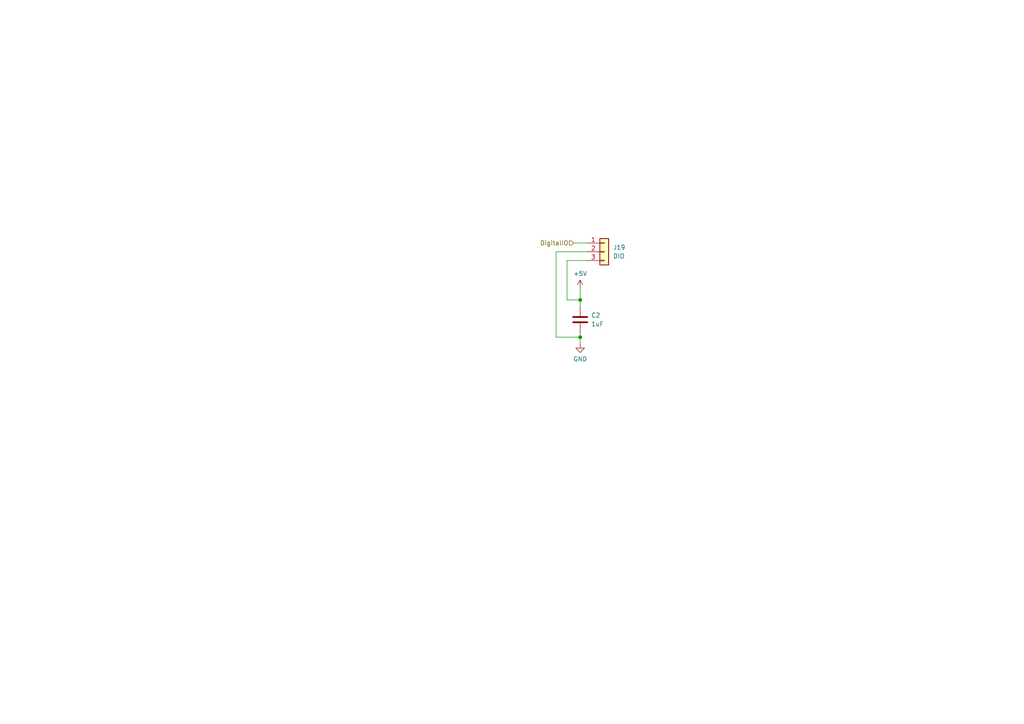
<source format=kicad_sch>
(kicad_sch (version 20230121) (generator eeschema)
  (paper "A4")
  (lib_symbols
    (symbol "Connector_Generic:Conn_01x03" (pin_names (offset 1.016) hide)
      (property "Reference" "J" (at 0 5.08 0))
      (property "Value" "Conn_01x03" (at 0 -5.08 0))
      (symbol "Conn_01x03_1_1"
        (rectangle (start -1.27 -2.413) (end 0 -2.667) (stroke (width 0.1524)))
        (rectangle (start -1.27 0.127) (end 0 -0.127) (stroke (width 0.1524)))
        (rectangle (start -1.27 2.667) (end 0 2.413) (stroke (width 0.1524)))
        (rectangle (start -1.27 3.81) (end 1.27 -3.81) (stroke (width 0.254)) (fill (type background)))
        (pin passive line (at -5.08 2.54 0) (length 3.81) (name "Pin_1") (number "1"))
        (pin passive line (at -5.08 0 0) (length 3.81) (name "Pin_2") (number "2"))
        (pin passive line (at -5.08 -2.54 0) (length 3.81) (name "Pin_3") (number "3"))
      )
    )
    (symbol "Device:C" (pin_numbers hide) (pin_names (offset 0.254))
      (property "Reference" "C" (at 0.635 2.54 0))
      (property "Value" "C" (at 0.635 -2.54 0))
      (symbol "C_0_1"
        (polyline (pts (xy -2.032 -0.762) (xy 2.032 -0.762)) (stroke (width 0.508)))
        (polyline (pts (xy -2.032 0.762) (xy 2.032 0.762)) (stroke (width 0.508)))
      )
      (symbol "C_1_1"
        (pin passive line (at 0 3.81 270) (length 2.794) (name "~") (number "1"))
        (pin passive line (at 0 -3.81 90) (length 2.794) (name "~") (number "2"))
      )
    )
    (symbol "power:+5V" (power) (pin_names (offset 0))
      (property "Value" "+5V" (at 0 3.556 0))
      (symbol "+5V_0_1"
        (polyline (pts (xy -0.762 1.27) (xy 0 2.54)))
        (polyline (pts (xy 0 0) (xy 0 2.54)))
        (polyline (pts (xy 0 2.54) (xy 0.762 1.27)))
      )
      (symbol "+5V_1_1"
        (pin power_in line (at 0 0 90) (length 0) hide (name "+5V") (number "1"))
      )
    )
    (symbol "power:GND" (power) (pin_names (offset 0))
      (property "Value" "GND" (at 0 -3.81 0))
      (symbol "GND_0_1"
        (polyline (pts (xy 0 0) (xy 0 -1.27) (xy 1.27 -1.27) (xy 0 -2.54) (xy -1.27 -1.27) (xy 0 -1.27)))
      )
      (symbol "GND_1_1"
        (pin power_in line (at 0 0 270) (length 0) hide (name "GND") (number "1"))
      )
    )
  )
  (junction (at 168.275 97.79))
  (junction (at 168.275 86.995))
  (wire (pts (xy 168.275 86.995) (xy 168.275 88.9)))
  (wire (pts (xy 168.275 96.52) (xy 168.275 97.79)))
  (wire (pts (xy 168.275 83.82) (xy 168.275 86.995)))
  (wire (pts (xy 161.29 97.79) (xy 168.275 97.79)))
  (wire (pts (xy 161.29 73.025) (xy 161.29 97.79)))
  (wire (pts (xy 170.18 73.025) (xy 161.29 73.025)))
  (wire (pts (xy 164.465 86.995) (xy 164.465 75.565)))
  (wire (pts (xy 168.275 97.79) (xy 168.275 99.695)))
  (wire (pts (xy 164.465 86.995) (xy 168.275 86.995)))
  (wire (pts (xy 164.465 75.565) (xy 170.18 75.565)))
  (wire (pts (xy 166.37 70.485) (xy 170.18 70.485)))
  (hierarchical_label "DigitalIO" (shape input) (at 166.37 70.485 180))
  (symbol (lib_id "Device:C") (at 168.275 92.71 0) (unit 1)
    (property "Reference" "C2" (at 171.45 91.44 0) (effects (justify left)))
    (property "Value" "1uF" (at 171.45 93.98 0) (effects (justify left)))
    (property "Footprint" "Capacitor_SMD:C_0805_2012Metric" (effects hide))
    (instances (project "TeensyIrrigation" (path "" (reference "C2") (unit 1)) (path "" (reference "C7") (unit 1)) (path "" (reference "C11") (unit 1)) (path "" (reference "C15") (unit 1)) (path "" (reference "C17") (unit 1)) (path "" (reference "C18") (unit 1)) (path "" (reference "C35") (unit 1)) (path "" (reference "C60") (unit 1)) (path "" (reference "C61") (unit 1)) (path "" (reference "C62") (unit 1)) (path "" (reference "C63") (unit 1)) (path "" (reference "C66") (unit 1)) (path "" (reference "C68") (unit 1)) (path "" (reference "C67") (unit 1)) (path "" (reference "C69") (unit 1))))
  )
  (symbol (lib_id "power:GND") (at 168.275 99.695 0) (unit 1)
    (property "Reference" "#PWR07" (effects hide))
    (property "Value" "GND" (at 168.275 104.14 0))
    (instances (project "TeensyIrrigation" (path "" (reference "#PWR07") (unit 1)) (path "" (reference "#PWR089") (unit 1)) (path "" (reference "#PWR0205") (unit 1)) (path "" (reference "#PWR0219") (unit 1)) (path "" (reference "#PWR0223") (unit 1)) (path "" (reference "#PWR0227") (unit 1)) (path "" (reference "#PWR0231") (unit 1)) (path "" (reference "#PWR0240") (unit 1)) (path "" (reference "#PWR0248") (unit 1)) (path "" (reference "#PWR0242") (unit 1)) (path "" (reference "#PWR0250") (unit 1))))
  )
  (symbol (lib_id "Connector_Generic:Conn_01x03") (at 175.26 73.025 0) (unit 1)
    (property "Reference" "J19" (at 177.8 71.755 0) (effects (justify left)))
    (property "Value" "DIO" (at 177.8 74.295 0) (effects (justify left)))
    (property "Footprint" "Connector_PinHeader_2.54mm:PinHeader_1x03_P2.54mm_Vertical" (effects hide))
    (instances (project "TeensyIrrigation" (path "" (reference "J19") (unit 1)) (path "" (reference "J20") (unit 1)) (path "" (reference "J21") (unit 1)) (path "" (reference "J22") (unit 1)) (path "" (reference "J23") (unit 1)) (path "" (reference "J25") (unit 1)) (path "" (reference "J24") (unit 1)) (path "" (reference "J26") (unit 1))))
  )
  (symbol (lib_id "power:+5V") (at 168.275 83.82 0) (unit 1)
    (property "Reference" "#PWR01" (effects hide))
    (property "Value" "+5V" (at 168.275 79.375 0))
    (instances (project "TeensyIrrigation" (path "" (reference "#PWR01") (unit 1)) (path "" (reference "#PWR06") (unit 1)) (path "" (reference "#PWR0204") (unit 1)) (path "" (reference "#PWR0218") (unit 1)) (path "" (reference "#PWR0222") (unit 1)) (path "" (reference "#PWR0226") (unit 1)) (path "" (reference "#PWR0230") (unit 1)) (path "" (reference "#PWR0239") (unit 1)) (path "" (reference "#PWR0247") (unit 1)) (path "" (reference "#PWR0241") (unit 1)) (path "" (reference "#PWR0249") (unit 1))))
  )
)
</source>
